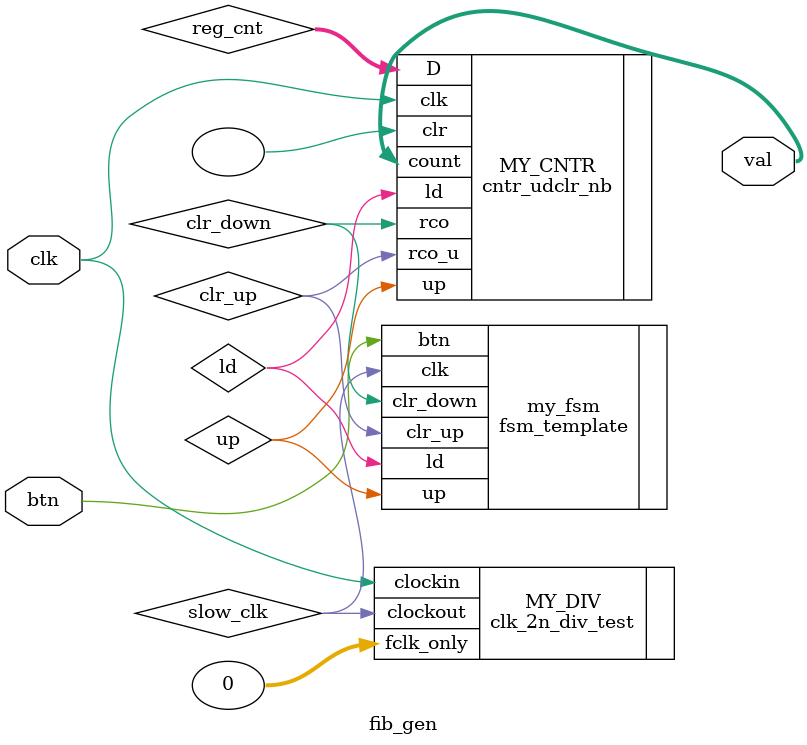
<source format=v>
`timescale 1ns / 1ps


module fib_gen(
    input btn, clk,
    output [4:0] val
    );
    
    wire [4:0] cnt, reg_cnt;
    wire slow_clk, up, ld, clr_up, clr_down;
     
    cntr_udclr_nb #(.n(5)) MY_CNTR (
        .clk   (clk), 
        .clr   (), 
        .up    (up), 
        .ld    (ld), 
        .D     (reg_cnt), 
        .count (val), 
        .rco   (clr_down),
        .rco_u (clr_up)   );
        
        
        
        
     fsm_template my_fsm(
    .btn(btn), .clk(slow_clk), .clr_up(clr_up), .clr_down(clr_down), .up(up), .ld(ld)
    );
    
    
    clk_2n_div_test #(.n(25)) MY_DIV (
      .clockin   (clk), 
      .fclk_only (0),          
      .clockout  (slow_clk)   );
      
endmodule

</source>
